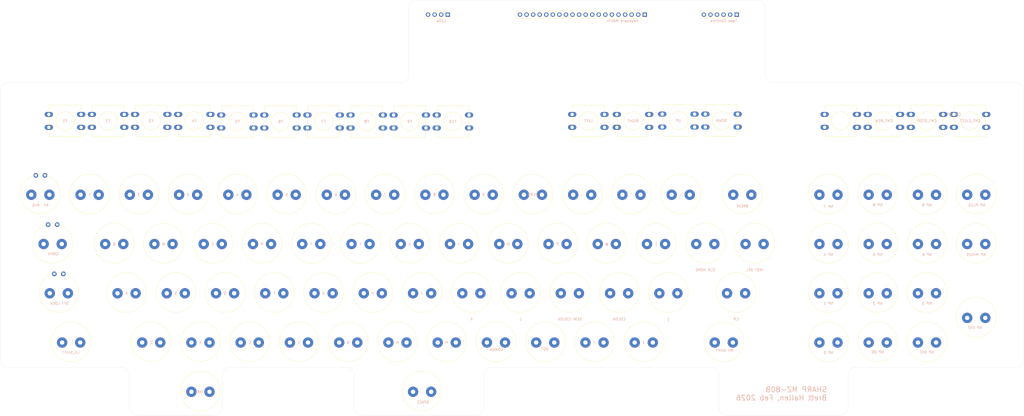
<source format=kicad_pcb>
(kicad_pcb (version 20241229) (generator "pcbnew") (generator_version "9.0")
  (title_block (title "Sharp MZ-80B Keyboard") (date "12/FEB/2026") (rev "A") (company "Brett Hallen"))
  (layers (0 "F.Cu" signal) (2 "B.Cu" signal) (13 "F.Paste" user) (15 "B.Paste" user) (5 "F.SilkS" user "F.Silkscreen") (7 "B.SilkS" user "B.Silkscreen") (1 "F.Mask" user) (3 "B.Mask" user) (25 "Edge.Cuts" user))
  (net 0 "")
  (net 1 "CMT_STOP1")
  (net 2 "CMT_COMMON")
  (net 3 "CMT_EJECT")
  (net 4 "CMT_STOP2")
  (net 5 "CMT_FF")
  (net 6 "CMT_REW")
  (net 7 "ROW6")
  (net 8 "ROW9")
  (net 9 "COL7")
  (net 10 "ROW11")
  (net 11 "ROW2")
  (net 12 "ROW7")
  (net 13 "COL4")
  (net 14 "COL0")
  (net 15 "ROW1")
  (net 16 "COL1")
  (net 17 "COL5")
  (net 18 "ROW8")
  (net 19 "COL6")
  (net 20 "ROW10")
  (net 21 "ROW0")
  (net 22 "ROW4")
  (net 23 "ROW5")
  (net 24 "COL2")
  (net 25 "COL3")
  (net 26 "ROW3")
  (net 27 "GRPH_LED")
  (net 28 "カナ_RVS_LED")
  (net 29 "SFT_LOCK_LED")
  (net 30 "LED_COMMON")
  (footprint "Clueless_Engineer:Futuba MD-7" (layer "F.Cu") (at 102.521785 188.4471)
    (property "Reference" "SW89" (hide yes))
    (property "Value" "カナ  RVS" (at 0.103615 4.0945 0) (layer "B.SilkS") (effects (justify mirror)))
    (pad "1" thru_hole circle (at -3.5 0) (size 4 4) (drill 1.7) (layers "*.Cu" "*.Mask") (net 25 "COL3"))
    (pad "2" thru_hole circle (at 1.75 -7.5 90) (size 1.8 1.8) (drill 0.9) (layers "*.Cu" "*.Mask") (net 30 "LED_COMMON"))
    (pad "3" thru_hole circle (at -1.75 -7.5) (size 1.8 1.8) (drill 0.9) (layers "*.Cu" "*.Mask") (net 28 "カナ_RVS_LED"))
    (pad "4" thru_hole circle (at 3.5 0) (size 4 4) (drill 1.7) (layers "*.Cu" "*.Mask") (net 21 "ROW0"))
  )
  (footprint "Clueless_Engineer:Futuba MD-4P" (layer "F.Cu") (at 371.608685 226.5479)
    (property "Reference" "SW57" (hide yes))
    (property "Value" "CR" (at 0 10 0) (layer "B.SilkS") (effects (justify mirror)))
    (pad "1" thru_hole circle (at -3.5 0) (size 4 4) (drill 1.7) (layers "*.Cu" "*.Mask") (net 24 "COL2"))
    (pad "2" thru_hole circle (at 3.5 0) (size 4 4) (drill 1.7) (layers "*.Cu" "*.Mask") (net 18 "ROW8"))
  )
  (footprint "Clueless_Engineer:Futuba MD-4P" (layer "F.Cu") (at 207.298985 207.4975)
    (property "Reference" "SW35" (hide yes))
    (property "Value" "T" (at 0 0 0) (layer "B.SilkS") (effects (justify mirror)))
    (pad "1" thru_hole circle (at -3.5 0) (size 4 4) (drill 1.7) (layers "*.Cu" "*.Mask") (net 13 "COL4"))
    (pad "2" thru_hole circle (at 3.5 0) (size 4 4) (drill 1.7) (layers "*.Cu" "*.Mask") (net 23 "ROW5"))
  )
  (footprint "Clueless_Engineer:Futuba MD-4P" (layer "F.Cu") (at 135.859985 226.5479)
    (property "Reference" "SW48" (hide yes))
    (property "Value" "A" (at 0 0 0) (layer "B.SilkS") (effects (justify mirror)))
    (pad "1" thru_hole circle (at -3.5 0) (size 4 4) (drill 1.7) (layers "*.Cu" "*.Mask") (net 16 "COL1"))
    (pad "2" thru_hole circle (at 3.5 0) (size 4 4) (drill 1.7) (layers "*.Cu" "*.Mask") (net 12 "ROW7"))
  )
  (footprint "Clueless_Engineer:Futuba MD-4P" (layer "F.Cu") (at 426.378585 207.4975)
    (property "Reference" "SW69" (hide yes))
    (property "Value" "NP 5" (at 0.019815 4.0941 0) (layer "B.SilkS") (effects (justify mirror)))
    (pad "1" thru_hole circle (at -3.5 0) (size 4 4) (drill 1.7) (layers "*.Cu" "*.Mask") (net 17 "COL5"))
    (pad "2" thru_hole circle (at 3.5 0) (size 4 4) (drill 1.7) (layers "*.Cu" "*.Mask") (net 8 "ROW9"))
  )
  (footprint "Button_Switch_THT:SW_PUSH-12mm" (layer "F.Cu") (at 422.509885 157.3715)
    (property "Reference" "SW3" (hide yes))
    (property "Value" "CMT_REW" (at 6.25 2.5 0) (layer "B.SilkS") (effects (justify mirror)))
    (pad "1" thru_hole oval (at 0 0) (size 3.2 1.9) (drill 1.3) (layers "*.Cu" "*.Mask") (net 6 "CMT_REW"))
    (pad "1" thru_hole oval (at 12.5 0) (size 3.2 1.9) (drill 1.3) (layers "*.Cu" "*.Mask") (net 6 "CMT_REW"))
    (pad "2" thru_hole oval (at 0 5) (size 3.2 1.9) (drill 1.3) (layers "*.Cu" "*.Mask") (net 2 "CMT_COMMON"))
    (pad "2" thru_hole oval (at 12.5 5) (size 3.2 1.9) (drill 1.3) (layers "*.Cu" "*.Mask") (net 2 "CMT_COMMON"))
  )
  (footprint "Button_Switch_THT:SW_PUSH-12mm" (layer "F.Cu") (at 189.142485 157.6089)
    (property "Reference" "SW86" (hide yes))
    (property "Value" "F6" (at 6.25 2.5 0) (layer "B.SilkS") (effects (justify mirror)))
    (pad "1" thru_hole oval (at 0 0) (size 3.2 1.9) (drill 1.3) (layers "*.Cu" "*.Mask") (net 17 "COL5"))
    (pad "1" thru_hole oval (at 12.5 0) (size 3.2 1.9) (drill 1.3) (layers "*.Cu" "*.Mask") (net 17 "COL5"))
    (pad "2" thru_hole oval (at 0 5) (size 3.2 1.9) (drill 1.3) (layers "*.Cu" "*.Mask") (net 10 "ROW11"))
    (pad "2" thru_hole oval (at 12.5 5) (size 3.2 1.9) (drill 1.3) (layers "*.Cu" "*.Mask") (net 10 "ROW11"))
  )
  (footprint "Clueless_Engineer:Futuba MD-4P" (layer "F.Cu") (at 193.011185 226.5479)
    (property "Reference" "SW53" (hide yes))
    (property "Value" "F" (at 0 0 0) (layer "B.SilkS") (effects (justify mirror)))
    (pad "1" thru_hole circle (at -3.5 0) (size 4 4) (drill 1.7) (layers "*.Cu" "*.Mask") (net 19 "COL6"))
    (pad "2" thru_hole circle (at 3.5 0) (size 4 4) (drill 1.7) (layers "*.Cu" "*.Mask") (net 12 "ROW7"))
  )
  (footprint "Clueless_Engineer:Futuba MD-4P" (layer "F.Cu") (at 373.989985 188.4471)
    (property "Reference" "SW62" (hide yes))
    (property "Value" "BREAK" (at 0 4.393126 0) (layer "B.SilkS") (effects (justify mirror)))
    (pad "1" thru_hole circle (at -3.5 0) (size 4 4) (drill 1.7) (layers "*.Cu" "*.Mask") (net 9 "COL7"))
    (pad "2" thru_hole circle (at 3.5 0) (size 4 4) (drill 1.7) (layers "*.Cu" "*.Mask") (net 18 "ROW8"))
  )
  (footprint "Connector_PinHeader_2.54mm:PinHeader_1x20_P2.54mm_Vertical" (layer "F.Cu") (at 336.28 118.78 -90)
    (property "Reference" "J2" (hide yes))
    (property "Value" "Keyboard Matrix" (at 2.3813 8.5722 0) (layer "B.SilkS") (effects (justify mirror)))
    (pad "1" thru_hole rect (at 0 0 270) (size 1.7 1.7) (drill 1) (layers "*.Cu" "*.Mask") (net 14 "COL0"))
    (pad "2" thru_hole circle (at 0 2.54 270) (size 1.7 1.7) (drill 1) (layers "*.Cu" "*.Mask") (net 16 "COL1"))
    (pad "3" thru_hole circle (at 0 5.08 270) (size 1.7 1.7) (drill 1) (layers "*.Cu" "*.Mask") (net 24 "COL2"))
    (pad "4" thru_hole circle (at 0 7.62 270) (size 1.7 1.7) (drill 1) (layers "*.Cu" "*.Mask") (net 25 "COL3"))
    (pad "5" thru_hole circle (at 0 10.16 270) (size 1.7 1.7) (drill 1) (layers "*.Cu" "*.Mask") (net 13 "COL4"))
    (pad "6" thru_hole circle (at 0 12.7 270) (size 1.7 1.7) (drill 1) (layers "*.Cu" "*.Mask") (net 17 "COL5"))
    (pad "7" thru_hole circle (at 0 15.24 270) (size 1.7 1.7) (drill 1) (layers "*.Cu" "*.Mask") (net 19 "COL6"))
    (pad "8" thru_hole circle (at 0 17.78 270) (size 1.7 1.7) (drill 1) (layers "*.Cu" "*.Mask") (net 9 "COL7"))
    (pad "9" thru_hole circle (at 0 20.32 270) (size 1.7 1.7) (drill 1) (layers "*.Cu" "*.Mask") (net 21 "ROW0"))
    (pad "10" thru_hole circle (at 0 22.86 270) (size 1.7 1.7) (drill 1) (layers "*.Cu" "*.Mask") (net 15 "ROW1"))
    (pad "11" thru_hole circle (at 0 25.4 270) (size 1.7 1.7) (drill 1) (layers "*.Cu" "*.Mask") (net 11 "ROW2"))
    (pad "12" thru_hole circle (at 0 27.94 270) (size 1.7 1.7) (drill 1) (layers "*.Cu" "*.Mask") (net 26 "ROW3"))
    (pad "13" thru_hole circle (at 0 30.48 270) (size 1.7 1.7) (drill 1) (layers "*.Cu" "*.Mask") (net 22 "ROW4"))
    (pad "14" thru_hole circle (at 0 33.02 270) (size 1.7 1.7) (drill 1) (layers "*.Cu" "*.Mask") (net 23 "ROW5"))
    (pad "15" thru_hole circle (at 0 35.56 270) (size 1.7 1.7) (drill 1) (layers "*.Cu" "*.Mask") (net 7 "ROW6"))
    (pad "16" thru_hole circle (at 0 38.1 270) (size 1.7 1.7) (drill 1) (layers "*.Cu" "*.Mask") (net 12 "ROW7"))
    (pad "17" thru_hole circle (at 0 40.64 270) (size 1.7 1.7) (drill 1) (layers "*.Cu" "*.Mask") (net 18 "ROW8"))
    (pad "18" thru_hole circle (at 0 43.18 270) (size 1.7 1.7) (drill 1) (layers "*.Cu" "*.Mask") (net 8 "ROW9"))
    (pad "19" thru_hole circle (at 0 45.72 270) (size 1.7 1.7) (drill 1) (layers "*.Cu" "*.Mask") (net 20 "ROW10"))
    (pad "20" thru_hole circle (at 0 48.26 270) (size 1.7 1.7) (drill 1) (layers "*.Cu" "*.Mask") (net 10 "ROW11"))
  )
  (footprint "Clueless_Engineer:Futuba MD-4P" (layer "F.Cu") (at 145.385185 245.5983)
    (property "Reference" "SW25" (hide yes))
    (property "Value" "Z" (at 0 0 0) (layer "B.SilkS") (effects (justify mirror)))
    (pad "1" thru_hole circle (at -3.5 0) (size 4 4) (drill 1.7) (layers "*.Cu" "*.Mask") (net 24 "COL2"))
    (pad "2" thru_hole circle (at 3.5 0) (size 4 4) (drill 1.7) (layers "*.Cu" "*.Mask") (net 22 "ROW4"))
  )
  (footprint "Clueless_Engineer:Futuba MD-4P" (layer "F.Cu") (at 154.910385 226.5479)
    (property "Reference" "SW34" (hide yes))
    (property "Value" "S" (at 0 0 0) (layer "B.SilkS") (effects (justify mirror)))
    (pad "1" thru_hole circle (at -3.5 0) (size 4 4) (drill 1.7) (layers "*.Cu" "*.Mask") (net 25 "COL3"))
    (pad "2" thru_hole circle (at 3.5 0) (size 4 4) (drill 1.7) (layers "*.Cu" "*.Mask") (net 23 "ROW5"))
  )
  (footprint "Clueless_Engineer:Futuba MD-4P" (layer "F.Cu") (at 264.450185 207.4975)
    (property "Reference" "SW39" (hide yes))
    (property "Value" "I" (at 0 0 0) (layer "B.SilkS"))
    (pad "1" thru_hole circle (at -3.5 0) (size 4 4) (drill 1.7) (layers "*.Cu" "*.Mask") (net 14 "COL0"))
    (pad "2" thru_hole circle (at 3.5 0) (size 4 4) (drill 1.7) (layers "*.Cu" "*.Mask") (net 7 "ROW6"))
  )
  (footprint "Clueless_Engineer:Futuba MD-4P" (layer "F.Cu") (at 445.428985 245.5983)
    (property "Reference" "SW78" (hide yes))
    (property "Value" "NP DOT" (at -0.106785 3.7377 0) (layer "B.SilkS") (effects (justify mirror)))
    (pad "1" thru_hole circle (at -3.5 0) (size 4 4) (drill 1.7) (layers "*.Cu" "*.Mask") (net 17 "COL5"))
    (pad "2" thru_hole circle (at 3.5 0) (size 4 4) (drill 1.7) (layers "*.Cu" "*.Mask") (net 20 "ROW10"))
  )
  (footprint "Clueless_Engineer:Futuba MD-7" (layer "F.Cu") (at 107.284385 207.4975)
    (property "Reference" "SW63" (hide yes))
    (property "Value" "GRPH" (at 0.192415 3.8655 0) (layer "B.SilkS") (effects (justify mirror)))
    (pad "1" thru_hole circle (at -3.5 0) (size 4 4) (drill 1.7) (layers "*.Cu" "*.Mask") (net 14 "COL0"))
    (pad "2" thru_hole circle (at 1.75 -7.5 90) (size 1.8 1.8) (drill 0.9) (layers "*.Cu" "*.Mask") (net 30 "LED_COMMON"))
    (pad "3" thru_hole circle (at -1.75 -7.5) (size 1.8 1.8) (drill 0.9) (layers "*.Cu" "*.Mask") (net 27 "GRPH_LED"))
    (pad "4" thru_hole circle (at 3.5 0) (size 4 4) (drill 1.7) (layers "*.Cu" "*.Mask") (net 21 "ROW0"))
  )
  (footprint "Clueless_Engineer:Futuba MD-4P" (layer "F.Cu") (at 366.846085 245.5983)
    (property "Reference" "SW90" (hide yes))
    (property "Value" "RH SHIFT" (at 0.244115 3.1027 0) (layer "B.SilkS") (effects (justify mirror)))
    (pad "1" thru_hole circle (at -3.5 0) (size 4 4) (drill 1.7) (layers "*.Cu" "*.Mask") (net 24 "COL2"))
    (pad "2" thru_hole circle (at 3.5 0) (size 4 4) (drill 1.7) (layers "*.Cu" "*.Mask") (net 21 "ROW0"))
  )
  (footprint "Clueless_Engineer:Futuba MD-4P" (layer "F.Cu") (at 359.702185 207.4975)
    (property "Reference" "SW6" (hide yes))
    (property "Value" "CLR HOME" (at 0 10 0) (layer "B.SilkS") (effects (justify mirror)))
    (pad "1" thru_hole circle (at -3.5 0) (size 4 4) (drill 1.7) (layers "*.Cu" "*.Mask") (net 24 "COL2"))
    (pad "2" thru_hole circle (at 3.5 0) (size 4 4) (drill 1.7) (layers "*.Cu" "*.Mask") (net 15 "ROW1"))
  )
  (footprint "Clueless_Engineer:Futuba MD-4P" (layer "F.Cu") (at 464.479385 188.4471)
    (property "Reference" "SW79" (hide yes))
    (property "Value" "NP PLUS" (at 0.248415 4.0183 0) (layer "B.SilkS") (effects (justify mirror)))
    (pad "1" thru_hole circle (at -3.5 0) (size 4 4) (drill 1.7) (layers "*.Cu" "*.Mask") (net 19 "COL6"))
    (pad "2" thru_hole circle (at 3.5 0) (size 4 4) (drill 1.7) (layers "*.Cu" "*.Mask") (net 20 "ROW10"))
  )
  (footprint "Clueless_Engineer:Futuba MD-4P" (layer "F.Cu") (at 197.773785 188.4471)
    (property "Reference" "SW20" (hide yes))
    (property "Value" "5" (at 0 0 0) (layer "B.SilkS") (effects (justify mirror)))
    (pad "1" thru_hole circle (at -3.5 0) (size 4 4) (drill 1.7) (layers "*.Cu" "*.Mask") (net 17 "COL5"))
    (pad "2" thru_hole circle (at 3.5 0) (size 4 4) (drill 1.7) (layers "*.Cu" "*.Mask") (net 26 "ROW3"))
  )
  (footprint "Clueless_Engineer:Futuba MD-4P" (layer "F.Cu") (at 407.328185 207.4975)
    (property "Reference" "SW68" (hide yes))
    (property "Value" "NP 4" (at 0.019815 4.0941 0) (layer "B.SilkS") (effects (justify mirror)))
    (pad "1" thru_hole circle (at -3.5 0) (size 4 4) (drill 1.7) (layers "*.Cu" "*.Mask") (net 13 "COL4"))
    (pad "2" thru_hole circle (at 3.5 0) (size 4 4) (drill 1.7) (layers "*.Cu" "*.Mask") (net 8 "ROW9"))
  )
  (footprint "Clueless_Engineer:Futuba MD-4P" (layer "F.Cu") (at 164.435585 264.6487)
    (property "Reference" "SW55" (hide yes))
    (property "Value" "TAB" (at 0 0 0) (layer "B.SilkS") (effects (justify mirror)))
    (pad "1" thru_hole circle (at -3.5 0) (size 4 4) (drill 1.7) (layers "*.Cu" "*.Mask") (net 14 "COL0"))
    (pad "2" thru_hole circle (at 3.5 0) (size 4 4) (drill 1.7) (layers "*.Cu" "*.Mask") (net 18 "ROW8"))
  )
  (footprint "Clueless_Engineer:Futuba MD-4P" (layer "F.Cu") (at 288.263185 226.5479)
    (property "Reference" "SW43" (hide yes))
    (property "Value" "L" (at 0 10 0) (layer "B.SilkS") (effects (justify mirror)))
    (pad "1" thru_hole circle (at -3.5 0) (size 4 4) (drill 1.7) (layers "*.Cu" "*.Mask") (net 13 "COL4"))
    (pad "2" thru_hole circle (at 3.5 0) (size 4 4) (drill 1.7) (layers "*.Cu" "*.Mask") (net 7 "ROW6"))
  )
  (footprint "Clueless_Engineer:Futuba MD-4P" (layer "F.Cu") (at 131.097385 207.4975)
    (property "Reference" "SW32" (hide yes))
    (property "Value" "Q" (at 0 0 0) (layer "B.SilkS") (effects (justify mirror)))
    (pad "1" thru_hole circle (at -3.5 0) (size 4 4) (drill 1.7) (layers "*.Cu" "*.Mask") (net 16 "COL1"))
    (pad "2" thru_hole circle (at 3.5 0) (size 4 4) (drill 1.7) (layers "*.Cu" "*.Mask") (net 23 "ROW5"))
  )
  (footprint "Button_Switch_THT:SW_PUSH-12mm" (layer "F.Cu") (at 255.818885 157.6089)
    (property "Reference" "SW74" (hide yes))
    (property "Value" "F10" (at 6.25 2.5 0) (layer "B.SilkS") (effects (justify mirror)))
    (pad "1" thru_hole oval (at 0 0) (size 3.2 1.9) (drill 1.3) (layers "*.Cu" "*.Mask") (net 16 "COL1"))
    (pad "1" thru_hole oval (at 12.5 0) (size 3.2 1.9) (drill 1.3) (layers "*.Cu" "*.Mask") (net 16 "COL1"))
    (pad "2" thru_hole oval (at 0 5) (size 3.2 1.9) (drill 1.3) (layers "*.Cu" "*.Mask") (net 20 "ROW10"))
    (pad "2" thru_hole oval (at 12.5 5) (size 3.2 1.9) (drill 1.3) (layers "*.Cu" "*.Mask") (net 20 "ROW10"))
  )
  (footprint "Button_Switch_THT:SW_PUSH-12mm" (layer "F.Cu") (at 325.470085 157.3715)
    (property "Reference" "SW61" (hide yes))
    (property "Value" "RIGHT" (at 6.25 2.5 0) (layer "B.SilkS") (effects (justify mirror)))
    (pad "1" thru_hole oval (at 0 0) (size 3.2 1.9) (drill 1.3) (layers "*.Cu" "*.Mask") (net 19 "COL6"))
    (pad "1" thru_hole oval (at 12.5 0) (size 3.2 1.9) (drill 1.3) (layers "*.Cu" "*.Mask") (net 19 "COL6"))
    (pad "2" thru_hole oval (at 0 5) (size 3.2 1.9) (drill 1.3) (layers "*.Cu" "*.Mask") (net 18 "ROW8"))
    (pad "2" thru_hole oval (at 12.5 5) (size 3.2 1.9) (drill 1.3) (layers "*.Cu" "*.Mask") (net 18 "ROW8"))
  )
  (footprint "Clueless_Engineer:Futuba MD-4P" (layer "F.Cu") (at 335.889185 245.5983)
    (property "Reference" "SW28" (hide yes))
    (property "Value" "?" (at 0 0 0) (layer "B.SilkS") (effects (justify mirror)))
    (pad "1" thru_hole circle (at -3.5 0) (size 4 4) (drill 1.7) (layers "*.Cu" "*.Mask") (net 17 "COL5"))
    (pad "2" thru_hole circle (at 3.5 0) (size 4 4) (drill 1.7) (layers "*.Cu" "*.Mask") (net 22 "ROW4"))
  )
  (footprint "Clueless_Engineer:Futuba MD-4P" (layer "F.Cu") (at 350.176985 188.4471)
    (property "Reference" "SW27" (hide yes))
    (property "Value" "\\" (at 0 0 0) (layer "B.SilkS") (effects (justify mirror)))
    (pad "1" thru_hole circle (at -3.5 0) (size 4 4) (drill 1.7) (layers "*.Cu" "*.Mask") (net 13 "COL4"))
    (pad "2" thru_hole circle (at 3.5 0) (size 4 4) (drill 1.7) (layers "*.Cu" "*.Mask") (net 22 "ROW4"))
  )
  (footprint "Button_Switch_THT:SW_PUSH-12mm" (layer "F.Cu") (at 439.178985 157.3715)
    (property "Reference" "SW4" (hide yes))
    (property "Value" "CMT_STOP" (at 6.25 2.5 0) (layer "B.SilkS") (effects (justify mirror)))
    (pad "1" thru_hole oval (at 0 0) (size 3.2 1.9) (drill 1.3) (layers "*.Cu" "*.Mask") (net 1 "CMT_STOP1"))
    (pad "1" thru_hole oval (at 12.5 0) (size 3.2 1.9) (drill 1.3) (layers "*.Cu" "*.Mask") (net 1 "CMT_STOP1"))
    (pad "2" thru_hole oval (at 0 5) (size 3.2 1.9) (drill 1.3) (layers "*.Cu" "*.Mask") (net 4 "CMT_STOP2"))
    (pad "2" thru_hole oval (at 12.5 5) (size 3.2 1.9) (drill 1.3) (layers "*.Cu" "*.Mask") (net 4 "CMT_STOP2"))
  )
  (footprint "Button_Switch_THT:SW_PUSH-12mm" (layer "F.Cu") (at 405.840785 157.3715)
    (property "Reference" "SW2" (hide yes))
    (property "Value" "CMT_FF" (at 50.0073 0 0) (layer "B.SilkS") (effects (justify mirror)))
    (pad "1" thru_hole oval (at 0 0) (size 3.2 1.9) (drill 1.3) (layers "*.Cu" "*.Mask") (net 5 "CMT_FF"))
    (pad "1" thru_hole oval (at 12.5 0) (size 3.2 1.9) (drill 1.3) (layers "*.Cu" "*.Mask") (net 5 "CMT_FF"))
    (pad "2" thru_hole oval (at 0 5) (size 3.2 1.9) (drill 1.3) (layers "*.Cu" "*.Mask") (net 2 "CMT_COMMON"))
    (pad "2" thru_hole oval (at 12.5 5) (size 3.2 1.9) (drill 1.3) (layers "*.Cu" "*.Mask") (net 2 "CMT_COMMON"))
  )
  (footprint "Connector_PinHeader_2.54mm:PinHeader_1x06_P2.54mm_Vertical" (layer "F.Cu") (at 371.84 118.78 -90)
    (property "Reference" "J1" (hide yes))
    (property "Value" "Tape Controls" (at 2.3813 5.08 0) (layer "B.SilkS") (effects (justify mirror)))
    (pad "1" thru_hole rect (at 0 0 270) (size 1.7 1.7) (drill 1) (layers "*.Cu" "*.Mask") (net 3 "CMT_EJECT"))
    (pad "2" thru_hole circle (at 0 2.54 270) (size 1.7 1.7) (drill 1) (layers "*.Cu" "*.Mask") (net 1 "CMT_STOP1"))
    (pad "3" thru_hole circle (at 0 5.08 270) (size 1.7 1.7) (drill 1) (layers "*.Cu" "*.Mask") (net 4 "CMT_STOP2"))
    (pad "4" thru_hole circle (at 0 7.62 270) (size 1.7 1.7) (drill 1) (layers "*.Cu" "*.Mask") (net 6 "CMT_REW"))
    (pad "5" thru_hole circle (at 0 10.16 270) (size 1.7 1.7) (drill 1) (layers "*.Cu" "*.Mask") (net 5 "CMT_FF"))
    (pad "6" thru_hole circle (at 0 12.7 270) (size 1.7 1.7) (drill 1) (layers "*.Cu" "*.Mask") (net 2 "CMT_COMMON"))
  )
  (footprint "Clueless_Engineer:Futuba MD-4P" (layer "F.Cu") (at 407.328185 245.5983)
    (property "Reference" "SW64" (hide yes))
    (property "Value" "NP 0" (at 0 3.9155 0) (layer "B.SilkS") (effects (justify mirror)))
    (pad "1" thru_hole circle (at -3.5 0) (size 4 4) (drill 1.7) (layers "*.Cu" "*.Mask") (net 14 "COL0"))
    (pad "2" thru_hole circle (at 3.5 0) (size 4 4) (drill 1.7) (layers "*.Cu" "*.Mask") (net 8 "ROW9"))
  )
  (footprint "Clueless_Engineer:Futuba MD-4P" (layer "F.Cu") (at 178.723385 188.4471)
    (property "Reference" "SW19" (hide yes))
    (property "Value" "4" (at 0 0 0) (layer "B.SilkS") (effects (justify mirror)))
    (pad "1" thru_hole circle (at -3.5 0) (size 4 4) (drill 1.7) (layers "*.Cu" "*.Mask") (net 13 "COL4"))
    (pad "2" thru_hole circle (at 3.5 0) (size 4 4) (drill 1.7) (layers "*.Cu" "*.Mask") (net 26 "ROW3"))
  )
  (footprint "Button_Switch_THT:SW_PUSH-12mm" (layer "F.Cu") (at 455.848085 157.3715)
    (property "Reference" "SW1" (hide yes))
    (property "Value" "CMT_EJECT" (at 6.25 2.5 0) (layer "B.SilkS") (effects (justify mirror)))
    (pad "1" thru_hole oval (at 0 0) (size 3.2 1.9) (drill 1.3) (layers "*.Cu" "*.Mask") (net 3 "CMT_EJECT"))
    (pad "1" thru_hole oval (at 12.5 0) (size 3.2 1.9) (drill 1.3) (layers "*.Cu" "*.Mask") (net 3 "CMT_EJECT"))
    (pad "2" thru_hole oval (at 0 5) (size 3.2 1.9) (drill 1.3) (layers "*.Cu" "*.Mask") (net 2 "CMT_COMMON"))
    (pad "2" thru_hole oval (at 12.5 5) (size 3.2 1.9) (drill 1.3) (layers "*.Cu" "*.Mask") (net 2 "CMT_COMMON"))
  )
  (footprint "Clueless_Engineer:Futuba MD-4P" (layer "F.Cu") (at 326.363985 226.5479)
    (property "Reference" "SW10" (hide yes))
    (property "Value" "COLON" (at 0 10 0) (layer "B.SilkS") (effects (justify mirror)))
    (pad "1" thru_hole circle (at -3.5 0) (size 4 4) (drill 1.7) (layers "*.Cu" "*.Mask") (net 24 "COL2"))
    (pad "2" thru_hole circle (at 3.5 0) (size 4 4) (drill 1.7) (layers "*.Cu" "*.Mask") (net 11 "ROW2"))
  )
  (footprint "Clueless_Engineer:Futuba MD-4P" (layer "F.Cu") (at 150.147785 207.4975)
    (property "Reference" "SW38" (hide yes))
    (property "Value" "W" (at 0 0 0) (layer "B.SilkS") (effects (justify mirror)))
    (pad "1" thru_hole circle (at -3.5 0) (size 4 4) (drill 1.7) (layers "*.Cu" "*.Mask") (net 9 "COL7"))
    (pad "2" thru_hole circle (at 3.5 0) (size 4 4) (drill 1.7) (layers "*.Cu" "*.Mask") (net 23 "ROW5"))
  )
  (footprint "Button_Switch_THT:SW_PUSH-12mm" (layer "F.Cu") (at 359.702185 157.2528)
    (property "Reference" "SW59" (hide yes))
    (property "Value" "DOWN" (at 6.25 2.5 0) (layer "B.SilkS") (effects (justify mirror)))
    (pad "1" thru_hole oval (at 0 0) (size 3.2 1.9) (drill 1.3) (layers "*.Cu" "*.Mask") (net 13 "COL4"))
    (pad "1" thru_hole oval (at 12.5 0) (size 3.2 1.9) (drill 1.3) (layers "*.Cu" "*.Mask") (net 13 "COL4"))
    (pad "2" thru_hole oval (at 0 5) (size 3.2 1.9) (drill 1.3) (layers "*.Cu" "*.Mask") (net 18 "ROW8"))
    (pad "2" thru_hole oval (at 12.5 5) (size 3.2 1.9) (drill 1.3) (layers "*.Cu" "*.Mask") (net 18 "ROW8"))
  )
  (footprint "Clueless_Engineer:Futuba MD-4P" (layer "F.Cu") (at 283.500585 207.4975)
    (property "Reference" "SW46" (hide yes))
    (property "Value" "O" (at 0 0 0) (layer "B.SilkS"))
    (pad "1" thru_hole circle (at -3.5 0) (size 4 4) (drill 1.7) (layers "*.Cu" "*.Mask") (net 9 "COL7"))
    (pad "2" thru_hole circle (at 3.5 0) (size 4 4) (drill 1.7) (layers "*.Cu" "*.Mask") (net 7 "ROW6"))
  )
  (footprint "Clueless_Engineer:Futuba MD-4P" (layer "F.Cu") (at 331.126585 188.4471)
    (property "Reference" "SW26" (hide yes))
    (property "Value" "^" (at 0 0 0) (layer "B.SilkS"))
    (pad "1" thru_hole circle (at -3.5 0) (size 4 4) (drill 1.7) (layers "*.Cu" "*.Mask") (net 25 "COL3"))
    (pad "2" thru_hole circle (at 3.5 0) (size 4 4) (drill 1.7) (layers "*.Cu" "*.Mask") (net 22 "ROW4"))
  )
  (footprint "Clueless_Engineer:Futuba MD-4P" (layer "F.Cu") (at 278.737985 245.5983)
    (property "Reference" "SW30" (hide yes))
    (property "Value" "COMMA" (at 0.188815 2.7725 0) (layer "B.SilkS") (effects (justify mirror)))
    (pad "1" thru_hole circle (at -3.5 0) (size 4 4) (drill 1.7) (layers "*.Cu" "*.Mask") (net 9 "COL7"))
    (pad "2" thru_hole circle (at 3.5 0) (size 4 4) (drill 1.7) (layers "*.Cu" "*.Mask") (net 22 "ROW4"))
  )
  (footprint "Clueless_Engineer:Futuba MD-4P" (layer "F.Cu") (at 464.479385 236.0731)
    (property "Reference" "SW92" (hide yes))
    (property "Value" "NP ENT" (at -0.513585 3.7633 0) (layer "B.SilkS") (effects (justify mirror)))
    (pad "1" thru_hole circle (at -3.5 0) (size 4 4) (drill 1.7) (layers "*.Cu" "*.Mask") (net 24 "COL2"))
    (pad "2" thru_hole circle (at 3.5 0) (size 4 4) (drill 1.7) (layers "*.Cu" "*.Mask") (net 18 "ROW8"))
  )
  (footprint "Clueless_Engineer:Futuba MD-4P" (layer "F.Cu") (at 235.874585 188.4471)
    (property "Reference" "SW22" (hide yes))
    (property "Value" "7" (at 0 0 0) (layer "B.SilkS") (effects (justify mirror)))
    (pad "1" thru_hole circle (at -3.5 0) (size 4 4) (drill 1.7) (layers "*.Cu" "*.Mask") (net 9 "COL7"))
    (pad "2" thru_hole circle (at 3.5 0) (size 4 4) (drill 1.7) (layers "*.Cu" "*.Mask") (net 26 "ROW3"))
  )
  (footprint "Clueless_Engineer:Futuba MD-4P" (layer "F.Cu") (at 345.414385 226.5479)
    (property "Reference" "SW5" (hide yes))
    (property "Value" "]" (at 0 10 0) (layer "B.SilkS") (effects (justify mirror)))
    (pad "1" thru_hole circle (at -3.5 0) (size 4 4) (drill 1.7) (layers "*.Cu" "*.Mask") (net 14 "COL0"))
    (pad "2" thru_hole circle (at 3.5 0) (size 4 4) (drill 1.7) (layers "*.Cu" "*.Mask") (net 15 "ROW1"))
  )
  (footprint "Clueless_Engineer:Futuba MD-4P" (layer "F.Cu") (at 340.651785 207.4975)
    (property "Reference" "SW14" (hide yes))
    (property "Value" "[" (at 0 0 0) (layer "B.SilkS") (effects (justify mirror)))
    (pad "1" thru_hole circle (at -3.5 0) (size 4 4) (drill 1.7) (layers "*.Cu" "*.Mask") (net 19 "COL6"))
    (pad "2" thru_hole circle (at 3.5 0) (size 4 4) (drill 1.7) (layers "*.Cu" "*.Mask") (net 11 "ROW2"))
  )
  (footprint "Clueless_Engineer:Futuba MD-4P" (layer "F.Cu") (at 216.824185 188.4471)
    (property "Reference" "SW21" (hide yes))
    (property "Value" "6" (at 0 0 0) (layer "B.SilkS") (effects (justify mirror)))
    (pad "1" thru_hole circle (at -3.5 0) (size 4 4) (drill 1.7) (layers "*.Cu" "*.Mask") (net 19 "COL6"))
    (pad "2" thru_hole circle (at 3.5 0) (size 4 4) (drill 1.7) (layers "*.Cu" "*.Mask") (net 26 "ROW3"))
  )
  (footprint "Button_Switch_THT:SW_PUSH-12mm" (layer "F.Cu") (at 205.811585 157.6089)
    (property "Reference" "SW87" (hide yes))
    (property "Value" "F7" (at 6.25 2.5 0) (layer "B.SilkS") (effects (justify mirror)))
    (pad "1" thru_hole oval (at 0 0) (size 3.2 1.9) (drill 1.3) (layers "*.Cu" "*.Mask") (net 19 "COL6"))
    (pad "1" thru_hole oval (at 12.5 0) (size 3.2 1.9) (drill 1.3) (layers "*.Cu" "*.Mask") (net 19 "COL6"))
    (pad "2" thru_hole oval (at 0 5) (size 3.2 1.9) (drill 1.3) (layers "*.Cu" "*.Mask") (net 10 "ROW11"))
    (pad "2" thru_hole oval (at 12.5 5) (size 3.2 1.9) (drill 1.3) (layers "*.Cu" "*.Mask") (net 10 "ROW11"))
  )
  (footprint "Clueless_Engineer:Futuba MD-4P" (layer "F.Cu") (at 259.687585 245.5983)
    (property "Reference" "SW44" (hide yes))
    (property "Value" "M" (at 0 0 0) (layer "B.SilkS") (effects (justify mirror)))
    (pad "1" thru_hole circle (at -3.5 0) (size 4 4) (drill 1.7) (layers "*.Cu" "*.Mask") (net 17 "COL5"))
    (pad "2" thru_hole circle (at 3.5 0) (size 4 4) (drill 1.7) (layers "*.Cu" "*.Mask") (net 7 "ROW6"))
  )
  (footprint "Button_Switch_THT:SW_PUSH-12mm" (layer "F.Cu") (at 239.149785 157.6089)
    (property "Reference" "SW73" (hide yes))
    (property "Value" "F9" (at 6.25 2.5 0) (layer "B.SilkS") (effects (justify mirror)))
    (pad "1" thru_hole oval (at 0 0) (size 3.2 1.9) (drill 1.3) (layers "*.Cu" "*.Mask") (net 14 "COL0"))
    (pad "1" thru_hole oval (at 12.5 0) (size 3.2 1.9) (drill 1.3) (layers "*.Cu" "*.Mask") (net 14 "COL0"))
    (pad "2" thru_hole oval (at 0 5) (size 3.2 1.9) (drill 1.3) (layers "*.Cu" "*.Mask") (net 20 "ROW10"))
    (pad "2" thru_hole oval (at 12.5 5) (size 3.2 1.9) (drill 1.3) (layers "*.Cu" "*.Mask") (net 20 "ROW10"))
  )
  (footprint "Button_Switch_THT:SW_PUSH-12mm" (layer "F.Cu") (at 343.033085 157.2528)
    (property "Reference" "SW58" (hide yes))
    (property "Value" "UP" (at 6.25 2.5 0) (layer "B.SilkS") (effects (justify mirror)))
    (pad "1" thru_hole oval (at 0 0) (size 3.2 1.9) (drill 1.3) (layers "*.Cu" "*.Mask") (net 25 "COL3"))
    (pad "1" thru_hole oval (at 12.5 0) (size 3.2 1.9) (drill 1.3) (layers "*.Cu" "*.Mask") (net 25 "COL3"))
    (pad "2" thru_hole oval (at 0 5) (size 3.2 1.9) (drill 1.3) (layers "*.Cu" "*.Mask") (net 18 "ROW8"))
    (pad "2" thru_hole oval (at 12.5 5) (size 3.2 1.9) (drill 1.3) (layers "*.Cu" "*.Mask") (net 18 "ROW8"))
  )
  (footprint "Clueless_Engineer:Futuba MD-4P" (layer "F.Cu") (at 464.479385 207.4975)
    (property "Reference" "SW80" (hide yes))
    (property "Value" "NP MINUS" (at 0.019815 4.0941 0) (layer "B.SilkS") (effects (justify mirror)))
    (pad "1" thru_hole circle (at -3.5 0) (size 4 4) (drill 1.7) (layers "*.Cu" "*.Mask") (net 9 "COL7"))
    (pad "2" thru_hole circle (at 3.5 0) (size 4 4) (drill 1.7) (layers "*.Cu" "*.Mask") (net 20 "ROW10"))
  )
  (footprint "Clueless_Engineer:Futuba MD-4P" (layer "F.Cu") (at 273.975385 188.4471)
    (property "Reference" "SW9" (hide yes))
    (property "Value" "9" (at 0 0 0) (layer "B.SilkS") (effects (justify mirror)))
    (pad "1" thru_hole circle (at -3.5 0) (size 4 4) (drill 1.7) (layers "*.Cu" "*.Mask") (net 16 "COL1"))
    (pad "2" thru_hole circle (at 3.5 0) (size 4 4) (drill 1.7) (layers "*.Cu" "*.Mask") (net 11 "ROW2"))
  )
  (footprint "Clueless_Engineer:Futuba MD-4P" (layer "F.Cu") (at 426.378585 226.5479)
    (property "Reference" "SW66" (hide yes))
    (property "Value" "NP 2" (at -0.029785 3.9159 0) (layer "B.SilkS") (effects (justify mirror)))
    (pad "1" thru_hole circle (at -3.5 0) (size 4 4) (drill 1.7) (layers "*.Cu" "*.Mask") (net 24 "COL2"))
    (pad "2" thru_hole circle (at 3.5 0) (size 4 4) (drill 1.7) (layers "*.Cu" "*.Mask") (net 8 "ROW9"))
  )
  (footprint "Clueless_Engineer:Futuba MD-4P" (layer "F.Cu") (at 250.162385 264.6487)
    (property "Reference" "SW56" (hide yes))
    (property "Value" "SPACE" (at 0.316415 4.0167 0) (layer "B.SilkS") (effects (justify mirror)))
    (pad "1" thru_hole circle (at -3.5 0) (size 4 4) (drill 1.7) (layers "*.Cu" "*.Mask") (net 16 "COL1"))
    (pad "2" thru_hole circle (at 3.5 0) (size 4 4) (drill 1.7) (layers "*.Cu" "*.Mask") (net 18 "ROW8"))
  )
  (footprint "Button_Switch_THT:SW_PUSH-12mm" (layer "F.Cu") (at 105.796985 157.3715)
    (property "Reference" "SW81" (hide yes))
    (property "Value" "F1" (at 6.25 2.5 0) (layer "B.SilkS") (effects (justify mirror)))
    (pad "1" thru_hole oval (at 0 0) (size 3.2 1.9) (drill 1.3) (layers "*.Cu" "*.Mask") (net 14 "COL0"))
    (pad "1" thru_hole oval (at 12.5 0) (size 3.2 1.9) (drill 1.3) (layers "*.Cu" "*.Mask") (net 14 "COL0"))
    (pad "2" thru_hole oval (at 0 5) (size 3.2 1.9) (drill 1.3) (layers "*.Cu" "*.Mask") (net 10 "ROW11"))
    (pad "2" thru_hole oval (at 12.5 5) (size 3.2 1.9) (drill 1.3) (layers "*.Cu" "*.Mask") (net 10 "ROW11"))
  )
  (footprint "Clueless_Engineer:Futuba MD-4P" (layer "F.Cu") (at 302.550985 207.4975)
    (property "Reference" "SW31" (hide yes))
    (property "Value" "P" (at 0 0 0) (layer "B.SilkS") (effects (justify mirror)))
    (pad "1" thru_hole circle (at -3.5 0) (size 4 4) (drill 1.7) (layers "*.Cu" "*.Mask") (net 14 "COL0"))
    (pad "2" thru_hole circle (at 3.5 0) (size 4 4) (drill 1.7) (layers "*.Cu" "*.Mask") (net 23 "ROW5"))
  )
  (footprint "Clueless_Engineer:Futuba MD-4P" (layer "F.Cu") (at 312.076185 188.4471)
    (property "Reference" "SW12" (hide yes))
    (property "Value" "-" (at 0 0 0) (layer "B.SilkS"))
    (pad "1" thru_hole circle (at -3.5 0) (size 4 4) (drill 1.7) (layers "*.Cu" "*.Mask") (net 13 "COL4"))
    (pad "2" thru_hole circle (at 3.5 0) (size 4 4) (drill 1.7) (layers "*.Cu" "*.Mask") (net 11 "ROW2"))
  )
  (footprint "Button_Switch_THT:SW_PUSH-12mm" (layer "F.Cu") (at 139.135185 157.3715)
    (property "Reference" "SW83" (hide yes))
    (property "Value" "F3" (at 6.25 2.5 0) (layer "B.SilkS") (effects (justify mirror)))
    (pad "1" thru_hole oval (at 0 0) (size 3.2 1.9) (drill 1.3) (layers "*.Cu" "*.Mask") (net 24 "COL2"))
    (pad "1" thru_hole oval (at 12.5 0) (size 3.2 1.9) (drill 1.3) (layers "*.Cu" "*.Mask") (net 24 "COL2"))
    (pad "2" thru_hole oval (at 0 5) (size 3.2 1.9) (drill 1.3) (layers "*.Cu" "*.Mask") (net 10 "ROW11"))
    (pad "2" thru_hole oval (at 12.5 5) (size 3.2 1.9) (drill 1.3) (layers "*.Cu" "*.Mask") (net 10 "ROW11"))
  )
  (footprint "Clueless_Engineer:Futuba MD-4P" (layer "F.Cu") (at 169.198185 207.4975)
    (property "Reference" "SW52" (hide yes))
    (property "Value" "E" (at 0 0 0) (layer "B.SilkS") (effects (justify mirror)))
    (pad "1" thru_hole circle (at -3.5 0) (size 4 4) (drill 1.7) (layers "*.Cu" "*.Mask") (net 17 "COL5"))
    (pad "2" thru_hole circle (at 3.5 0) (size 4 4) (drill 1.7) (layers "*.Cu" "*.Mask") (net 12 "ROW7"))
  )
  (footprint "Clueless_Engineer:Futuba MD-4P" (layer "F.Cu") (at 159.672985 188.4471)
    (property "Reference" "SW18" (hide yes))
    (property "Value" "3" (at 0 0 0) (layer "B.SilkS") (effects (justify mirror)))
    (pad "1" thru_hole circle (at -3.5 0) (size 4 4) (drill 1.7) (layers "*.Cu" "*.Mask") (net 25 "COL3"))
    (pad "2" thru_hole circle (at 3.5 0) (size 4 4) (drill 1.7) (layers "*.Cu" "*.Mask") (net 26 "ROW3"))
  )
  (footprint "Clueless_Engineer:Futuba MD-4P" (layer "F.Cu") (at 226.349385 207.4975)
    (property "Reference" "SW24" (hide yes))
    (property "Value" "Y" (at 0 0 0) (layer "B.SilkS") (effects (justify mirror)))
    (pad "1" thru_hole circle (at -3.5 0) (size 4 4) (drill 1.7) (layers "*.Cu" "*.Mask") (net 16 "COL1"))
    (pad "2" thru_hole circle (at 3.5 0) (size 4 4) (drill 1.7) (layers "*.Cu" "*.Mask") (net 22 "ROW4"))
  )
  (footprint "Clueless_Engineer:Futuba MD-4P" (layer "F.Cu") (at 445.428985 226.5479)
    (property "Reference" "SW67" (hide yes))
    (property "Value" "NP 3" (at -0.029785 3.9159 0) (layer "B.SilkS") (effects (justify mirror)))
    (pad "1" thru_hole circle (at -3.5 0) (size 4 4) (drill 1.7) (layers "*.Cu" "*.Mask") (net 25 "COL3"))
    (pad "2" thru_hole circle (at 3.5 0) (size 4 4) (drill 1.7) (layers "*.Cu" "*.Mask") (net 8 "ROW9"))
  )
  (footprint "Clueless_Engineer:Futuba MD-4P" (layer "F.Cu") (at 183.485985 245.5983)
    (property "Reference" "SW50" (hide yes))
    (property "Value" "C" (at 0 0 0) (layer "B.SilkS") (effects (justify mirror)))
    (pad "1" thru_hole circle (at -3.5 0) (size 4 4) (drill 1.7) (layers "*.Cu" "*.Mask") (net 25 "COL3"))
    (pad "2" thru_hole circle (at 3.5 0) (size 4 4) (drill 1.7) (layers "*.Cu" "*.Mask") (net 12 "ROW7"))
  )
  (footprint "Clueless_Engineer:Futuba MD-4P" (layer "F.Cu") (at 426.378585 245.5983)
    (property "Reference" "SW77" (hide yes))
    (property "Value" "NP 00" (at 0.046015 3.6615 0) (layer "B.SilkS") (effects (justify mirror)))
    (pad "1" thru_hole circle (at -3.5 0) (size 4 4) (drill 1.7) (layers "*.Cu" "*.Mask") (net 13 "COL4"))
    (pad "2" thru_hole circle (at 3.5 0) (size 4 4) (drill 1.7) (layers "*.Cu" "*.Mask") (net 20 "ROW10"))
  )
  (footprint "Button_Switch_THT:SW_PUSH-12mm" (layer "F.Cu") (at 122.466085 157.3715)
    (property "Reference" "SW82" (hide yes))
    (property "Value" "F2" (at 6.25 2.5 0) (layer "B.SilkS") (effects (justify mirror)))
    (pad "1" thru_hole oval (at 0 0) (size 3.2 1.9) (drill 1.3) (layers "*.Cu" "*.Mask") (net 16 "COL1"))
    (pad "1" thru_hole oval (at 12.5 0) (size 3.2 1.9) (drill 1.3) (layers "*.Cu" "*.Mask") (net 16 "COL1"))
    (pad "2" thru_hole oval (at 0 5) (size 3.2 1.9) (drill 1.3) (layers "*.Cu" "*.Mask") (net 10 "ROW11"))
    (pad "2" thru_hole oval (at 12.5 5) (size 3.2 1.9) (drill 1.3) (layers "*.Cu" "*.Mask") (net 10 "ROW11"))
  )
  (footprint "Clueless_Engineer:Futuba MD-4P" (layer "F.Cu") (at 269.212785 226.5479)
    (property "Reference" "SW42" (hide yes))
    (property "Value" "K" (at 0 10 0) (layer "B.SilkS") (effects (justify mirror)))
    (pad "1" thru_hole circle (at -3.5 0) (size 4 4) (drill 1.7) (layers "*.Cu" "*.Mask") (net 25 "COL3"))
    (pad "2" thru_hole circle (at 3.5 0) (size 4 4) (drill 1.7) (layers "*.Cu" "*.Mask") (net 7 "ROW6"))
  )
  (footprint "Clueless_Engineer:Futuba MD-4P" (layer "F.Cu") (at 321.601385 207.4975)
    (property "Reference" "SW13" (hide yes))
    (property "Value" "@" (at 0 0 0) (layer "B.SilkS") (effects (justify mirror)))
    (pad "1" thru_hole circle (at -3.5 0) (size 4 4) (drill 1.7) (layers "*.Cu" "*.Mask") (net 17 "COL5"))
    (pad "2" thru_hole circle (at 3.5 0) (size 4 4) (drill 1.7) (layers "*.Cu" "*.Mask") (net 11 "ROW2"))
  )
  (footprint "Clueless_Engineer:Futuba MD-4P" (layer "F.Cu") (at 297.788385 245.5983)
    (property "Reference" "SW29" (hide yes))
    (property "Value" "DOT" (at -0.116385 2.5185 0) (layer "B.SilkS") (effects (justify mirror)))
    (pad "1" thru_hole circle (at -3.5 0) (size 4 4) (drill 1.7) (layers "*.Cu" "*.Mask") (net 19 "COL6"))
    (pad "2" thru_hole circle (at 3.5 0) (size 4 4) (drill 1.7) (layers "*.Cu" "*.Mask") (net 22 "ROW4"))
  )
  (footprint "Clueless_Engineer:Futuba MD-4P" (layer "F.Cu") (at 316.838785 245.5983)
    (property "Reference" "SW47" (hide yes))
    (property "Value" "/" (at 0 0 0) (layer "B.SilkS") (effects (justify mirror)))
    (pad "1" thru_hole circle (at -3.5 0) (size 4 4) (drill 1.7) (layers "*.Cu" "*.Mask") (net 14 "COL0"))
    (pad "2" thru_hole circle (at 3.5 0) (size 4 4) (drill 1.7) (layers "*.Cu" "*.Mask") (net 12 "ROW7"))
  )
  (footprint "Button_Switch_THT:SW_PUSH-12mm" (layer "F.Cu") (at 155.804285 157.3715)
    (property "Reference" "SW84" (hide yes))
    (property "Value" "F4" (at 6.25 2.5 0) (layer "B.SilkS") (effects (justify mirror)))
    (pad "1" thru_hole oval (at 0 0) (size 3.2 1.9) (drill 1.3) (layers "*.Cu" "*.Mask") (net 25 "COL3"))
    (pad "1" thru_hole oval (at 12.5 0) (size 3.2 1.9) (drill 1.3) (layers "*.Cu" "*.Mask") (net 25 "COL3"))
    (pad "2" thru_hole oval (at 0 5) (size 3.2 1.9) (drill 1.3) (layers "*.Cu" "*.Mask") (net 10 "ROW11"))
    (pad "2" thru_hole oval (at 12.5 5) (size 3.2 1.9) (drill 1.3) (layers "*.Cu" "*.Mask") (net 10 "ROW11"))
  )
  (footprint "Clueless_Engineer:Futuba MD-4P" (layer "F.Cu") (at 378.752585 207.4975)
    (property "Reference" "SW7" (hide yes))
    (property "Value" "INST DEL" (at 0 10 0) (layer "B.SilkS") (effects (justify mirror)))
    (pad "1" thru_hole circle (at -3.5 0) (size 4 4) (drill 1.7) (layers "*.Cu" "*.Mask") (net 25 "COL3"))
    (pad "2" thru_hole circle (at 3.5 0) (size 4 4) (drill 1.7) (layers "*.Cu" "*.Mask") (net 15 "ROW1"))
  )
  (footprint "Clueless_Engineer:Futuba MD-4P" (layer "F.Cu") (at 121.572185 188.4471)
    (property "Reference" "SW16" (hide yes))
    (property "Value" "1" (at 0 0 0) (layer "B.SilkS") (effects (justify mirror)))
    (pad "1" thru_hole circle (at -3.5 0) (size 4 4) (drill 1.7) (layers "*.Cu" "*.Mask") (net 16 "COL1"))
    (pad "2" thru_hole circle (at 3.5 0) (size 4 4) (drill 1.7) (layers "*.Cu" "*.Mask") (net 26 "ROW3"))
  )
  (footprint "Clueless_Engineer:Futuba MD-4P" (layer "F.Cu") (at 212.061585 226.5479)
    (property "Reference" "SW54" (hide yes))
    (property "Value" "G" (at 0 0 0) (layer "B.SilkS") (effects (justify mirror)))
    (pad "1" thru_hole circle (at -3.5 0) (size 4 4) (drill 1.7) (layers "*.Cu" "*.Mask") (net 9 "COL7"))
    (pad "2" thru_hole circle (at 3.5 0) (size 4 4) (drill 1.7) (layers "*.Cu" "*.Mask") (net 12 "ROW7"))
  )
  (footprint "Button_Switch_THT:SW_PUSH-12mm" (layer "F.Cu") (at 222.480685 157.6089)
    (property "Reference" "SW88" (hide yes))
    (property "Value" "F8" (at 6.25 2.5 0) (layer "B.SilkS") (effects (justify mirror)))
    (pad "1" thru_hole oval (at 0 0) (size 3.2 1.9) (drill 1.3) (layers "*.Cu" "*.Mask") (net 9 "COL7"))
    (pad "1" thru_hole oval (at 12.5 0) (size 3.2 1.9) (drill 1.3) (layers "*.Cu" "*.Mask") (net 9 "COL7"))
    (pad "2" thru_hole oval (at 0 5) (size 3.2 1.9) (drill 1.3) (layers "*.Cu" "*.Mask") (net 10 "ROW11"))
    (pad "2" thru_hole oval (at 12.5 5) (size 3.2 1.9) (drill 1.3) (layers "*.Cu" "*.Mask") (net 10 "ROW11"))
  )
  (footprint "Clueless_Engineer:Futuba MD-4P" (layer "F.Cu") (at 188.248585 207.4975)
    (property "Reference" "SW33" (hide yes))
    (property "Value" "R" (at 0 0 0) (layer "B.SilkS") (effects (justify mirror)))
    (pad "1" thru_hole circle (at -3.5 0) (size 4 4) (drill 1.7) (layers "*.Cu" "*.Mask") (net 24 "COL2"))
    (pad "2" thru_hole circle (at 3.5 0) (size 4 4) (drill 1.7) (layers "*.Cu" "*.Mask") (net 23 "ROW5"))
  )
  (footprint "Button_Switch_THT:SW_PUSH-12mm" (layer "F.Cu") (at 172.473385 157.6089)
    (property "Reference" "SW85" (hide yes))
    (property "Value" "F5" (at 6.25 2.5 0) (layer "B.SilkS") (effects (justify mirror)))
    (pad "1" thru_hole oval (at 0 0) (size 3.2 1.9) (drill 1.3) (layers "*.Cu" "*.Mask") (net 13 "COL4"))
    (pad "1" thru_hole oval (at 12.5 0) (size 3.2 1.9) (drill 1.3) (layers "*.Cu" "*.Mask") (net 13 "COL4"))
    (pad "2" thru_hole oval (at 0 5) (size 3.2 1.9) (drill 1.3) (layers "*.Cu" "*.Mask") (net 10 "ROW11"))
    (pad "2" thru_hole oval (at 12.5 5) (size 3.2 1.9) (drill 1.3) (layers "*.Cu" "*.Mask") (net 10 "ROW11"))
  )
  (footprint "Clueless_Engineer:Futuba MD-4P" (layer "F.Cu") (at 202.536385 245.5983)
    (property "Reference" "SW37" (hide yes))
    (property "Value" "V" (at 0 0 0) (layer "B.SilkS") (effects (justify mirror)))
    (pad "1" thru_hole circle (at -3.5 0) (size 4 4) (drill 1.7) (layers "*.Cu" "*.Mask") (net 19 "COL6"))
    (pad "2" thru_hole circle (at 3.5 0) (size 4 4) (drill 1.7) (layers "*.Cu" "*.Mask") (net 23 "ROW5"))
  )
  (footprint "Clueless_Engineer:Futuba MD-4P" (layer "F.Cu") (at 293.025785 188.4471)
    (property "Reference" "SW15" (hide yes))
    (property "Value" "ZERO" (at 0 0 0) (layer "B.SilkS") (effects (justify mirror)))
    (pad "1" thru_hole circle (at -3.5 0) (size 4 4) (drill 1.7) (layers "*.Cu" "*.Mask") (net 14 "COL0"))
    (pad "2" thru_hole circle (at 3.5 0) (size 4 4) (drill 1.7) (layers "*.Cu" "*.Mask") (net 26 "ROW3"))
  )
  (footprint "Connector_PinHeader_2.54mm:PinHeader_1x04_P2.54mm_Vertical" (layer "F.Cu") (at 260.08 118.78 -90)
    (property "Reference" "J3" (hide yes))
    (property "Value" "LEDs" (at 2.3813 2.54 0) (layer "B.SilkS") (effects (justify mirror)))
    (pad "1" thru_hole rect (at 0 0 270) (size 1.7 1.7) (drill 1) (layers "*.Cu" "*.Mask") (net 30 "LED_COMMON"))
    (pad "2" thru_hole circle (at 0 2.54 270) (size 1.7 1.7) (drill 1) (layers "*.Cu" "*.Mask") (net 28 "カナ_RVS_LED"))
    (pad "3" thru_hole circle (at 0 5.08 270) (size 1.7 1.7) (drill 1) (layers "*.Cu" "*.Mask") (net 27 "GRPH_LED"))
    (pad "4" thru_hole circle (at 0 7.62 270) (size 1.7 1.7) (drill 1) (layers "*.Cu" "*.Mask") (net 29 "SFT_LOCK_LED"))
  )
  (footprint "Clueless_Engineer:Futuba MD-4P" (layer "F.Cu") (at 245.399785 207.4975)
    (property "Reference" "SW36" (hide yes))
    (property "Value" "U" (at 0 0 0) (layer "B.SilkS"))
    (pad "1" thru_hole circle (at -3.5 0) (size 4 4) (drill 1.7) (layers "*.Cu" "*.Mask") (net 17 "COL5"))
    (pad "2" thru_hole circle (at 3.5 0) (size 4 4) (drill 1.7) (layers "*.Cu" "*.Mask") (net 23 "ROW5"))
  )
  (footprint "Clueless_Engineer:Futuba MD-4P" (layer "F.Cu") (at 426.378585 188.4471)
    (property "Reference" "SW75" (hide yes))
    (property "Value" "NP 8" (at 0 3.9421 0) (layer "B.SilkS") (effects (justify mirror)))
    (pad "1" thru_hole circle (at -3.5 0) (size 4 4) (drill 1.7) (layers "*.Cu" "*.Mask") (net 24 "COL2"))
    (pad "2" thru_hole circle (at 3.5 0) (size 4 4) (drill 1.7) (layers "*.Cu" "*.Mask") (net 20 "ROW10"))
  )
  (footprint "Clueless_Engineer:Futuba MD-4P" (layer "F.Cu") (at 173.960785 226.5479)
    (property "Reference" "SW51" (hide yes))
    (property "Value" "D" (at 0 0 0) (layer "B.SilkS") (effects (justify mirror)))
    (pad "1" thru_hole circle (at -3.5 0) (size 4 4) (drill 1.7) (layers "*.Cu" "*.Mask") (net 13 "COL4"))
    (pad "2" thru_hole circle (at 3.5 0) (size 4 4) (drill 1.7) (layers "*.Cu" "*.Mask") (net 12 "ROW7"))
  )
  (footprint "Button_Switch_THT:SW_PUSH-12mm" (layer "F.Cu") (at 308.207485 157.3715)
    (property "Reference" "SW60" (hide yes))
    (property "Value" "LEFT" (at 6.25 2.5 0) (layer "B.SilkS") (effects (justify mirror)))
    (pad "1" thru_hole oval (at 0 0) (size 3.2 1.9) (drill 1.3) (layers "*.Cu" "*.Mask") (net 17 "COL5"))
    (pad "1" thru_hole oval (at 12.5 0) (size 3.2 1.9) (drill 1.3) (layers "*.Cu" "*.Mask") (net 17 "COL5"))
    (pad "2" thru_hole oval (at 0 5) (size 3.2 1.9) (drill 1.3) (layers "*.Cu" "*.Mask") (net 18 "ROW8"))
    (pad "2" thru_hole oval (at 12.5 5) (size 3.2 1.9) (drill 1.3) (layers "*.Cu" "*.Mask") (net 18 "ROW8"))
  )
  (footprint "Clueless_Engineer:Futuba MD-4P" (layer "F.Cu") (at 407.328185 226.5479)
    (property "Reference" "SW65" (hide yes))
    (property "Value" "NP 1" (at -0.029785 3.9159 0) (layer "B.SilkS") (effects (justify mirror)))
    (pad "1" thru_hole circle (at -3.5 0) (size 4 4) (drill 1.7) (layers "*.Cu" "*.Mask") (net 16 "COL1"))
    (pad "2" thru_hole circle (at 3.5 0) (size 4 4) (drill 1.7) (layers "*.Cu" "*.Mask") (net 8 "ROW9"))
  )
  (footprint "Clueless_Engineer:Futuba MD-4P" (layer "F.Cu") (at 445.428985 207.4975)
    (property "Reference" "SW70" (hide yes))
    (property "Value" "NP 6" (at 0.019815 4.0941 0) (layer "B.SilkS") (effects (justify mirror)))
    (pad "1" thru_hole circle (at -3.5 0) (size 4 4) (drill 1.7) (layers "*.Cu" "*.Mask") (net 19 "COL6"))
    (pad "2" thru_hole circle (at 3.5 0) (size 4 4) (drill 1.7) (layers "*.Cu" "*.Mask") (net 8 "ROW9"))
  )
  (footprint "Clueless_Engineer:Futuba MD-4P" (layer "F.Cu") (at 240.637185 245.5983)
    (property "Reference" "SW45" (hide yes))
    (property "Value" "N" (at 0 0 0) (layer "B.SilkS") (effects (justify mirror)))
    (pad "1" thru_hole circle (at -3.5 0) (size 4 4) (drill 1.7) (layers "*.Cu" "*.Mask") (net 19 "COL6"))
    (pad "2" thru_hole circle (at 3.5 0) (size 4 4) (drill 1.7) (layers "*.Cu" "*.Mask") (net 7 "ROW6"))
  )
  (footprint "Clueless_Engineer:Futuba MD-4P" (layer "F.Cu") (at 140.622585 188.4471)
    (property "Reference" "SW17" (hide yes))
    (property "Value" "2" (at 0 0 0) (layer "B.SilkS") (effects (justify mirror)))
    (pad "1" thru_hole circle (at -3.5 0) (size 4 4) (drill 1.7) (layers "*.Cu" "*.Mask") (net 24 "COL2"))
    (pad "2" thru_hole circle (at 3.5 0) (size 4 4) (drill 1.7) (layers "*.Cu" "*.Mask") (net 26 "ROW3"))
  )
  (footprint "Clueless_Engineer:Futuba MD-4P" (layer "F.Cu") (at 164.435585 245.5983)
    (property "Reference" "SW23" (hide yes))
    (property "Value" "X" (at 0 0 0) (layer "B.SilkS") (effects (justify mirror)))
    (pad "1" thru_hole circle (at -3.5 0) (size 4 4) (drill 1.7) (layers "*.Cu" "*.Mask") (net 14 "COL0"))
    (pad "2" thru_hole circle (at 3.5 0) (size 4 4) (drill 1.7) (layers "*.Cu" "*.Mask") (net 22 "ROW4"))
  )
  (footprint "Clueless_Engineer:Futuba MD-4P" (layer "F.Cu") (at 114.428285 245.5983)
    (property "Reference" "SW91" (hide yes))
    (property "Value" "LH_SHIFT" (at -0.169685 3.8393 0) (layer "B.SilkS") (effects (justify mirror)))
    (pad "1" thru_hole circle (at -3.5 0) (size 4 4) (drill 1.7) (layers "*.Cu" "*.Mask") (net 24 "COL2"))
    (pad "2" thru_hole circle (at 3.5 0) (size 4 4) (drill 1.7) (layers "*.Cu" "*.Mask") (net 21 "ROW0"))
  )
  (footprint "Clueless_Engineer:Futuba MD-4P" (layer "F.Cu") (at 250.162385 226.5479)
    (property "Reference" "SW41" (hide yes))
    (property "Value" "J" (at 0 0 0) (layer "B.SilkS") (effects (justify mirror)))
    (pad "1" thru_hole circle (at -3.5 0) (size 4 4) (drill 1.7) (layers "*.Cu" "*.Mask") (net 24 "COL2"))
    (pad "2" thru_hole circle (at 3.5 0) (size 4 4) (drill 1.7) (layers "*.Cu" "*.Mask") (net 7 "ROW6"))
  )
  (footprint "Clueless_Engineer:Futuba MD-7" (layer "F.Cu") (at 109.665685 226.5479)
    (property "Reference" "SW72" (hide yes))
    (property "Value" "SFT LOCK" (at 0.122515 3.9413 0) (layer "B.SilkS") (effects (justify mirror)))
    (pad "1" thru_hole circle (at -3.5 0) (size 4 4) (drill 1.7) (layers "*.Cu" "*.Mask") (net 16 "COL1"))
    (pad "2" thru_hole circle (at -1.75 -7.5) (size 1.8 1.8) (drill 0.9) (layers "*.Cu" "*.Mask") (net 30 "LED_COMMON"))
    (pad "3" thru_hole circle (at 1.75 -7.5 90) (size 1.8 1.8) (drill 0.9) (layers "*.Cu" "*.Mask") (net 27 "GRPH_LED"))
    (pad "4" thru_hole circle (at 3.5 0) (size 4 4) (drill 1.7) (layers "*.Cu" "*.Mask") (net 21 "ROW0"))
  )
  (footprint "Clueless_Engineer:Futuba MD-4P" (layer "F.Cu") (at 407.328185 188.4471)
    (property "Reference" "SW71" (hide yes))
    (property "Value" "NP 7" (at 0 4.5771 0) (layer "B.SilkS") (effects (justify mirror)))
    (pad "1" thru_hole circle (at -3.5 0) (size 4 4) (drill 1.7) (layers "*.Cu" "*.Mask") (net 9 "COL7"))
    (pad "2" thru_hole circle (at 3.5 0) (size 4 4) (drill 1.7) (layers "*.Cu" "*.Mask") (net 8 "ROW9"))
  )
  (footprint "Clueless_Engineer:Futuba MD-4P" (layer "F.Cu") (at 307.313585 226.5479)
    (property "Reference" "SW11" (hide yes))
    (property "Value" "SEMI COLON" (at 0 10 0) (layer "B.SilkS") (effects (justify mirror)))
    (pad "1" thru_hole circle (at -3.5 0) (size 4 4) (drill 1.7) (layers "*.Cu" "*.Mask") (net 25 "COL3"))
    (pad "2" thru_hole circle (at 3.5 0) (size 4 4) (drill 1.7) (layers "*.Cu" "*.Mask") (net 11 "ROW2"))
  )
  (footprint "Clueless_Engineer:Futuba MD-4P" (layer "F.Cu") (at 445.428985 188.4471)
    (property "Reference" "SW76" (hide yes))
    (property "Value" "NP 9" (at 0 4.0183 0) (layer "B.SilkS") (effects (justify mirror)))
    (pad "1" thru_hole circle (at -3.5 0) (size 4 4) (drill 1.7) (layers "*.Cu" "*.Mask") (net 25 "COL3"))
    (pad "2" thru_hole circle (at 3.5 0) (size 4 4) (drill 1.7) (layers "*.Cu" "*.Mask") (net 20 "ROW10"))
  )
  (footprint "Clueless_Engineer:Futuba MD-4P" (layer "F.Cu") (at 231.111985 226.5479)
    (property "Reference" "SW40" (hide yes))
    (property "Value" "H" (at 0 0 0) (layer "B.SilkS") (effects (justify mirror)))
    (pad "1" thru_hole circle (at -3.5 0) (size 4 4) (drill 1.7) (layers "*.Cu" "*.Mask") (net 16 "COL1"))
    (pad "2" thru_hole circle (at 3.5 0) (size 4 4) (drill 1.7) (layers "*.Cu" "*.Mask") (net 7 "ROW6"))
  )
  (footprint "Clueless_Engineer:Futuba MD-4P" (layer "F.Cu") (at 254.924985 188.4471)
    (property "Reference" "SW8" (hide yes))
    (property "Value" "8" (at 0 0 0) (layer "B.SilkS") (effects (justify mirror)))
    (pad "1" thru_hole circle (at -3.5 0) (size 4 4) (drill 1.7) (layers "*.Cu" "*.Mask") (net 14 "COL0"))
    (pad "2" thru_hole circle (at 3.5 0) (size 4 4) (drill 1.7) (layers "*.Cu" "*.Mask") (net 11 "ROW2"))
  )
  (footprint "Clueless_Engineer:Futuba MD-4P" (layer "F.Cu") (at 221.586785 245.5983)
    (property "Reference" "SW49" (hide yes))
    (property "Value" "B" (at 0 0 0) (layer "B.SilkS") (effects (justify mirror)))
    (pad "1" thru_hole circle (at -3.5 0) (size 4 4) (drill 1.7) (layers "*.Cu" "*.Mask") (net 24 "COL2"))
    (pad "2" thru_hole circle (at 3.5 0) (size 4 4) (drill 1.7) (layers "*.Cu" "*.Mask") (net 12 "ROW7"))
  )
  (gr_arc (start 482.935585 252.1487) (mid 482.056905 254.27002) (end 479.935585 255.1487) (stroke (width 0.05)) (layer "Edge.Cuts"))
  (gr_arc (start 139.935585 273.6487) (mid 137.814265 272.77002) (end 136.935585 270.6487) (stroke (width 0.05)) (layer "Edge.Cuts"))
  (gr_line (start 385.935585 145.1487) (end 479.935585 145.1487) (stroke (width 0.05)) (layer "Edge.Cuts"))
  (gr_line (start 270.935585 273.6487) (end 226.935585 273.6487) (stroke (width 0.05)) (layer "Edge.Cuts"))
  (gr_line (start 133.935585 255.1487) (end 89.935585 255.1487) (stroke (width 0.05)) (layer "Edge.Cuts"))
  (gr_line (start 479.935585 255.1487) (end 417.935585 255.1487) (stroke (width 0.05)) (layer "Edge.Cuts"))
  (gr_arc (start 133.935585 255.1487) (mid 136.056905 256.02738) (end 136.935585 258.1487) (stroke (width 0.05)) (layer "Edge.Cuts"))
  (gr_line (start 223.935585 270.6487) (end 223.935585 258.1487) (stroke (width 0.05)) (layer "Edge.Cuts"))
  (gr_arc (start 172.935585 258.1487) (mid 173.814265 256.02738) (end 175.935585 255.1487) (stroke (width 0.05)) (layer "Edge.Cuts"))
  (gr_line (start 244.935585 142.1487) (end 244.935585 116.1487) (stroke (width 0.05)) (layer "Edge.Cuts"))
  (gr_line (start 273.935585 258.1487) (end 273.935585 270.6487) (stroke (width 0.05)) (layer "Edge.Cuts"))
  (gr_arc (start 273.935585 258.1487) (mid 274.814265 256.02738) (end 276.935585 255.1487) (stroke (width 0.05)) (layer "Edge.Cuts"))
  (gr_arc (start 379.935585 113.1487) (mid 382.056905 114.02738) (end 382.935585 116.1487) (stroke (width 0.05)) (layer "Edge.Cuts"))
  (gr_line (start 361.935585 255.1487) (end 276.935585 255.1487) (stroke (width 0.05)) (layer "Edge.Cuts"))
  (gr_line (start 86.935585 252.1487) (end 86.935585 148.1487) (stroke (width 0.05)) (layer "Edge.Cuts"))
  (gr_arc (start 479.935585 145.1487) (mid 482.056905 146.02738) (end 482.935585 148.1487) (stroke (width 0.05)) (layer "Edge.Cuts"))
  (gr_line (start 414.935585 258.1487) (end 414.935585 270.6487) (stroke (width 0.05)) (layer "Edge.Cuts"))
  (gr_line (start 382.935585 116.1487) (end 382.935585 142.1487) (stroke (width 0.05)) (layer "Edge.Cuts"))
  (gr_arc (start 244.935585 116.1487) (mid 245.814265 114.02738) (end 247.935585 113.1487) (stroke (width 0.05)) (layer "Edge.Cuts"))
  (gr_arc (start 172.935585 270.6487) (mid 172.056905 272.77002) (end 169.935585 273.6487) (stroke (width 0.05)) (layer "Edge.Cuts"))
  (gr_line (start 169.935585 273.6487) (end 139.935585 273.6487) (stroke (width 0.05)) (layer "Edge.Cuts"))
  (gr_arc (start 244.935585 142.1487) (mid 244.056905 144.27002) (end 241.935585 145.1487) (stroke (width 0.05)) (layer "Edge.Cuts"))
  (gr_line (start 89.935585 145.1487) (end 241.935585 145.1487) (stroke (width 0.05)) (layer "Edge.Cuts"))
  (gr_line (start 247.935585 113.1487) (end 379.935585 113.1487) (stroke (width 0.05)) (layer "Edge.Cuts"))
  (gr_arc (start 367.935585 273.6487) (mid 365.814265 272.77002) (end 364.935585 270.6487) (stroke (width 0.05)) (layer "Edge.Cuts"))
  (gr_line (start 220.935585 255.1487) (end 175.935585 255.1487) (stroke (width 0.05)) (layer "Edge.Cuts"))
  (gr_arc (start 220.935585 255.1487) (mid 223.056905 256.02738) (end 223.935585 258.1487) (stroke (width 0.05)) (layer "Edge.Cuts"))
  (gr_arc (start 414.935585 270.6487) (mid 414.056905 272.77002) (end 411.935585 273.6487) (stroke (width 0.05)) (layer "Edge.Cuts"))
  (gr_line (start 364.935585 270.6487) (end 364.935585 258.1487) (stroke (width 0.05)) (layer "Edge.Cuts"))
  (gr_arc (start 226.935585 273.6487) (mid 224.814265 272.77002) (end 223.935585 270.6487) (stroke (width 0.05)) (layer "Edge.Cuts"))
  (gr_arc (start 414.935585 258.1487) (mid 415.814265 256.02738) (end 417.935585 255.1487) (stroke (width 0.05)) (layer "Edge.Cuts"))
  (gr_line (start 136.935585 270.6487) (end 136.935585 258.1487) (stroke (width 0.05)) (layer "Edge.Cuts"))
  (gr_line (start 172.935585 258.1487) (end 172.935585 270.6487) (stroke (width 0.05)) (layer "Edge.Cuts"))
  (gr_arc (start 86.935585 148.1487) (mid 87.814265 146.02738) (end 89.935585 145.1487) (stroke (width 0.05)) (layer "Edge.Cuts"))
  (gr_arc (start 273.935585 270.6487) (mid 273.056905 272.77002) (end 270.935585 273.6487) (stroke (width 0.05)) (layer "Edge.Cuts"))
  (gr_arc (start 385.935585 145.1487) (mid 383.814265 144.27002) (end 382.935585 142.1487) (stroke (width 0.05)) (layer "Edge.Cuts"))
  (gr_line (start 411.935585 273.6487) (end 367.935585 273.6487) (stroke (width 0.05)) (layer "Edge.Cuts"))
  (gr_line (start 482.935585 148.1487) (end 482.935585 252.1487) (stroke (width 0.05)) (layer "Edge.Cuts"))
  (gr_arc (start 89.935585 255.1487) (mid 87.814265 254.27002) (end 86.935585 252.1487) (stroke (width 0.05)) (layer "Edge.Cuts"))
  (gr_arc (start 361.935585 255.1487) (mid 364.056905 256.02738) (end 364.935585 258.1487) (stroke (width 0.05)) (layer "Edge.Cuts"))
  (gr_text "SHARP MZ-80B\nBrett Hallen, Feb 2026" (at 406.8666 268.1574 0) (layer "B.SilkS") (effects (font (size 2 2) (thickness 0.25)) (justify left bottom mirror)))
)
</source>
